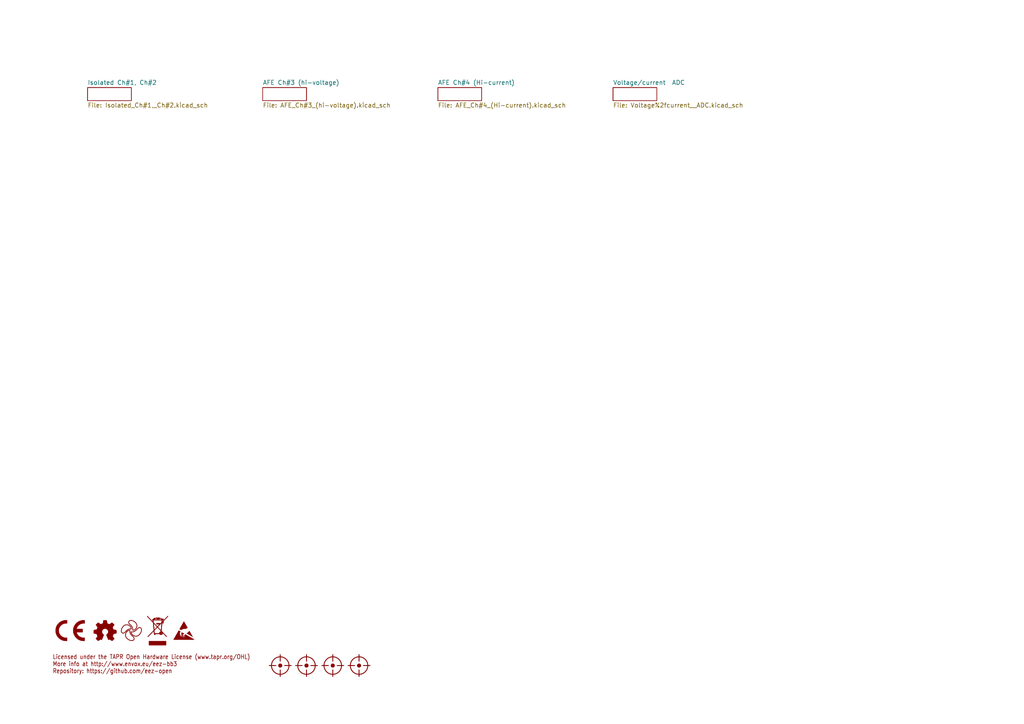
<source format=kicad_sch>
(kicad_sch (version 20230121) (generator eeschema)
  (paper "A4")
  (title_block (title "EEZ DIB AFE3") (date "2024-01-04") (rev "r1B4") (company "Envox d.o.o.") (comment 1 "https://www.envox.eu"))
  (lib_symbols
    (symbol "PCM_EEZ_symbols:CE logo" (pin_names (offset 1.016)) (in_bom no))
    (symbol "PCM_EEZ_symbols:EEZ logo" (pin_names (offset 1.016)) (in_bom no))
    (symbol "PCM_EEZ_symbols:ESD logo" (pin_names (offset 1.016)) (in_bom no))
    (symbol "PCM_EEZ_symbols:FIDUCIAL" (in_bom no))
    (symbol "PCM_EEZ_symbols:Open HW logo" (pin_names (offset 1.016)) (in_bom no))
    (symbol "PCM_EEZ_symbols:WEEE logo" (pin_names (offset 1.016)) (in_bom no))
  )
  (text "Licensed under the TAPR Open Hardware License (www.tapr.org/OHL)\nMore info at http://www.envox.eu/eez-bb3\nRepository: https://github.com/eez-open" (at 15.24 195.58 0) (effects (font (size 1.27 1.0795)) (justify left bottom)))
  (symbol (lib_id "PCM_EEZ_symbols:FIDUCIAL") (at 88.9 193.04 0) (unit 1) (in_bom no)
    (property "Reference" "FM2" (effects hide))
    (property "Value" "FIDUCIAL_2" (effects hide))
    (property "Footprint" "PCM_EEZ_SMD:Fiducial" (effects hide))
  )
  (symbol (lib_id "PCM_EEZ_symbols:FIDUCIAL") (at 81.28 193.04 0) (unit 1) (in_bom no)
    (property "Reference" "FM1" (effects hide))
    (property "Value" "FIDUCIAL_2" (effects hide))
    (property "Footprint" "PCM_EEZ_SMD:Fiducial" (effects hide))
  )
  (symbol (lib_id "PCM_EEZ_symbols:WEEE logo") (at 45.72 182.88 0) (unit 1) (in_bom no)
    (property "Reference" "LOGO4" (effects hide))
    (property "Value" "WEEE logo" (effects hide))
    (property "Footprint" "PCM_EEZ_unsorted:WEEE logo" (effects hide))
  )
  (symbol (lib_id "PCM_EEZ_symbols:FIDUCIAL") (at 96.52 193.04 0) (unit 1) (in_bom no)
    (property "Reference" "FM3" (effects hide))
    (property "Value" "FIDUCIAL_2" (effects hide))
    (property "Footprint" "PCM_EEZ_SMD:Fiducial" (effects hide))
  )
  (symbol (lib_id "PCM_EEZ_symbols:EEZ logo") (at 38.1 182.88 0) (unit 1) (in_bom no)
    (property "Reference" "LOGO3" (effects hide))
    (property "Value" "EEZ logo" (effects hide))
    (property "Footprint" "PCM_EEZ_unsorted:EEZ logo (outline 6mm)" (effects hide))
  )
  (symbol (lib_id "PCM_EEZ_symbols:CE logo") (at 20.32 182.88 0) (unit 1) (in_bom no)
    (property "Reference" "LOGO1" (effects hide))
    (property "Value" "CR logo" (effects hide))
    (property "Footprint" "PCM_EEZ_unsorted:CE logo" (effects hide))
  )
  (symbol (lib_id "PCM_EEZ_symbols:ESD logo") (at 53.34 182.88 0) (unit 1) (in_bom no)
    (property "Reference" "LOGO5" (effects hide))
    (property "Value" "ESD logo" (effects hide))
    (property "Footprint" "PCM_EEZ_unsorted:ESD  logo" (effects hide))
  )
  (symbol (lib_id "PCM_EEZ_symbols:FIDUCIAL") (at 104.14 193.04 0) (unit 1) (in_bom no)
    (property "Reference" "FM4" (effects hide))
    (property "Value" "FIDUCIAL_2" (effects hide))
    (property "Footprint" "PCM_EEZ_SMD:Fiducial" (effects hide))
  )
  (symbol (lib_id "PCM_EEZ_symbols:Open HW logo") (at 30.48 182.88 0) (unit 1) (in_bom no)
    (property "Reference" "LOGO2" (effects hide))
    (property "Value" "Open HW logo" (effects hide))
    (property "Footprint" "PCM_EEZ_unsorted:Open HW logo" (effects hide))
  )
  (sheet (at 127 25.4) (size 12.7 3.81)
    (property "Sheetname" "AFE Ch#4 (Hi-current)" (at 127 24.6884 0) (effects (justify left bottom)))
    (property "Sheetfile" "AFE_Ch#4_(Hi-current).kicad_sch" (at 127 29.7946 0) (effects (justify left top)))
  )
  (sheet (at 76.2 25.4) (size 12.7 3.81)
    (property "Sheetname" "AFE Ch#3 (hi-voltage)" (at 76.2 24.6884 0) (effects (justify left bottom)))
    (property "Sheetfile" "AFE_Ch#3_(hi-voltage).kicad_sch" (at 76.2 29.7946 0) (effects (justify left top)))
  )
  (sheet (at 177.8 25.4) (size 12.7 3.81)
    (property "Sheetname" "Voltage/current  ADC" (at 177.8 24.6884 0) (effects (justify left bottom)))
    (property "Sheetfile" "Voltage%2fcurrent__ADC.kicad_sch" (at 177.8 29.7946 0) (effects (justify left top)))
  )
  (sheet (at 25.4 25.4) (size 12.7 3.81)
    (property "Sheetname" "Isolated Ch#1, Ch#2" (at 25.4 24.6884 0) (effects (justify left bottom)))
    (property "Sheetfile" "Isolated_Ch#1,_Ch#2.kicad_sch" (at 25.4 29.7946 0) (effects (justify left top)))
  )
)
</source>
